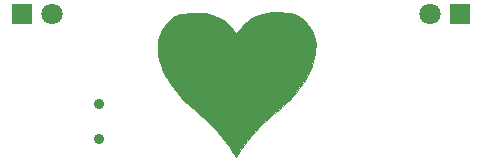
<source format=gbr>
G04 #@! TF.GenerationSoftware,KiCad,Pcbnew,(5.1.10)-1*
G04 #@! TF.CreationDate,2021-11-20T15:44:23+01:00*
G04 #@! TF.ProjectId,BlinkyBear,426c696e-6b79-4426-9561-722e6b696361,rev?*
G04 #@! TF.SameCoordinates,Original*
G04 #@! TF.FileFunction,Soldermask,Top*
G04 #@! TF.FilePolarity,Negative*
%FSLAX46Y46*%
G04 Gerber Fmt 4.6, Leading zero omitted, Abs format (unit mm)*
G04 Created by KiCad (PCBNEW (5.1.10)-1) date 2021-11-20 15:44:23*
%MOMM*%
%LPD*%
G01*
G04 APERTURE LIST*
%ADD10C,0.010000*%
%ADD11R,1.800000X1.800000*%
%ADD12C,1.800000*%
%ADD13C,0.900000*%
G04 APERTURE END LIST*
D10*
G36*
X139135287Y-78577664D02*
G01*
X139374340Y-78585290D01*
X139598648Y-78598255D01*
X139797332Y-78616546D01*
X139839700Y-78621689D01*
X140021803Y-78645868D01*
X140164331Y-78667560D01*
X140278230Y-78689573D01*
X140374448Y-78714717D01*
X140463930Y-78745800D01*
X140557626Y-78785633D01*
X140652500Y-78830272D01*
X140901081Y-78975977D01*
X141141048Y-79167138D01*
X141368533Y-79398636D01*
X141579669Y-79665347D01*
X141770586Y-79962153D01*
X141937417Y-80283931D01*
X142076293Y-80625560D01*
X142128727Y-80784700D01*
X142158878Y-80889380D01*
X142178860Y-80979330D01*
X142190600Y-81070327D01*
X142196024Y-81178147D01*
X142197059Y-81318570D01*
X142196955Y-81343500D01*
X142182554Y-81660883D01*
X142144213Y-82002712D01*
X142084639Y-82350184D01*
X142006542Y-82684495D01*
X142000734Y-82705889D01*
X141882888Y-83084604D01*
X141737962Y-83456021D01*
X141563128Y-83825099D01*
X141355556Y-84196795D01*
X141112421Y-84576068D01*
X140830893Y-84967873D01*
X140508145Y-85377171D01*
X140408652Y-85497198D01*
X140265740Y-85664894D01*
X140129801Y-85817241D01*
X139993761Y-85961121D01*
X139850547Y-86103415D01*
X139693083Y-86251003D01*
X139514295Y-86410765D01*
X139307109Y-86589583D01*
X139141200Y-86729941D01*
X138852565Y-86974098D01*
X138597294Y-87193418D01*
X138368553Y-87394123D01*
X138159507Y-87582437D01*
X137963324Y-87764582D01*
X137773167Y-87946781D01*
X137582203Y-88135257D01*
X137437699Y-88281060D01*
X137050571Y-88686949D01*
X136702941Y-89077944D01*
X136388782Y-89461693D01*
X136102066Y-89845844D01*
X135836767Y-90238047D01*
X135624023Y-90582750D01*
X135564397Y-90681169D01*
X135513490Y-90761007D01*
X135477063Y-90813502D01*
X135461420Y-90830130D01*
X135442699Y-90809394D01*
X135406088Y-90754154D01*
X135358077Y-90674472D01*
X135334459Y-90633280D01*
X135243948Y-90480621D01*
X135129845Y-90299815D01*
X135000060Y-90102569D01*
X134862506Y-89900589D01*
X134725092Y-89705580D01*
X134595730Y-89529248D01*
X134532150Y-89446100D01*
X134180314Y-89017018D01*
X133780554Y-88571688D01*
X133333024Y-88110267D01*
X132837879Y-87632911D01*
X132295273Y-87139775D01*
X131968421Y-86854791D01*
X131803949Y-86713477D01*
X131649153Y-86580640D01*
X131508861Y-86460413D01*
X131387901Y-86356924D01*
X131291101Y-86274305D01*
X131223289Y-86216686D01*
X131189764Y-86188581D01*
X131150777Y-86151374D01*
X131085425Y-86082976D01*
X131000462Y-85990713D01*
X130902643Y-85881913D01*
X130807458Y-85773917D01*
X130443550Y-85342364D01*
X130122637Y-84929280D01*
X129842485Y-84530006D01*
X129600859Y-84139879D01*
X129395527Y-83754239D01*
X129224254Y-83368425D01*
X129084806Y-82977777D01*
X128974949Y-82577633D01*
X128892450Y-82163333D01*
X128835075Y-81730215D01*
X128826383Y-81640539D01*
X128812533Y-81441663D01*
X128812343Y-81271707D01*
X128827850Y-81113841D01*
X128861090Y-80951235D01*
X128914102Y-80767061D01*
X128942743Y-80679256D01*
X129070595Y-80352256D01*
X129228675Y-80040696D01*
X129412628Y-79749728D01*
X129618101Y-79484506D01*
X129840739Y-79250181D01*
X130076187Y-79051907D01*
X130320092Y-78894834D01*
X130533910Y-78796404D01*
X130687523Y-78750800D01*
X130882913Y-78711224D01*
X131111372Y-78678060D01*
X131364191Y-78651691D01*
X131632663Y-78632498D01*
X131908080Y-78620866D01*
X132181732Y-78617176D01*
X132444912Y-78621812D01*
X132688912Y-78635157D01*
X132905024Y-78657593D01*
X133065058Y-78685126D01*
X133463551Y-78791749D01*
X133828501Y-78932665D01*
X134167058Y-79111757D01*
X134486374Y-79332911D01*
X134793598Y-79600012D01*
X134849306Y-79654400D01*
X134964538Y-79772539D01*
X135084844Y-79902183D01*
X135196665Y-80028355D01*
X135286439Y-80136077D01*
X135293507Y-80145034D01*
X135469069Y-80368968D01*
X135520784Y-80297668D01*
X135717111Y-80047460D01*
X135938440Y-79800852D01*
X136173934Y-79568487D01*
X136412755Y-79361006D01*
X136644062Y-79189054D01*
X136661957Y-79177125D01*
X137011718Y-78973066D01*
X137381254Y-78810916D01*
X137776564Y-78688351D01*
X138099497Y-78619972D01*
X138249137Y-78600749D01*
X138438412Y-78586918D01*
X138656446Y-78578467D01*
X138892363Y-78575386D01*
X139135287Y-78577664D01*
G37*
X139135287Y-78577664D02*
X139374340Y-78585290D01*
X139598648Y-78598255D01*
X139797332Y-78616546D01*
X139839700Y-78621689D01*
X140021803Y-78645868D01*
X140164331Y-78667560D01*
X140278230Y-78689573D01*
X140374448Y-78714717D01*
X140463930Y-78745800D01*
X140557626Y-78785633D01*
X140652500Y-78830272D01*
X140901081Y-78975977D01*
X141141048Y-79167138D01*
X141368533Y-79398636D01*
X141579669Y-79665347D01*
X141770586Y-79962153D01*
X141937417Y-80283931D01*
X142076293Y-80625560D01*
X142128727Y-80784700D01*
X142158878Y-80889380D01*
X142178860Y-80979330D01*
X142190600Y-81070327D01*
X142196024Y-81178147D01*
X142197059Y-81318570D01*
X142196955Y-81343500D01*
X142182554Y-81660883D01*
X142144213Y-82002712D01*
X142084639Y-82350184D01*
X142006542Y-82684495D01*
X142000734Y-82705889D01*
X141882888Y-83084604D01*
X141737962Y-83456021D01*
X141563128Y-83825099D01*
X141355556Y-84196795D01*
X141112421Y-84576068D01*
X140830893Y-84967873D01*
X140508145Y-85377171D01*
X140408652Y-85497198D01*
X140265740Y-85664894D01*
X140129801Y-85817241D01*
X139993761Y-85961121D01*
X139850547Y-86103415D01*
X139693083Y-86251003D01*
X139514295Y-86410765D01*
X139307109Y-86589583D01*
X139141200Y-86729941D01*
X138852565Y-86974098D01*
X138597294Y-87193418D01*
X138368553Y-87394123D01*
X138159507Y-87582437D01*
X137963324Y-87764582D01*
X137773167Y-87946781D01*
X137582203Y-88135257D01*
X137437699Y-88281060D01*
X137050571Y-88686949D01*
X136702941Y-89077944D01*
X136388782Y-89461693D01*
X136102066Y-89845844D01*
X135836767Y-90238047D01*
X135624023Y-90582750D01*
X135564397Y-90681169D01*
X135513490Y-90761007D01*
X135477063Y-90813502D01*
X135461420Y-90830130D01*
X135442699Y-90809394D01*
X135406088Y-90754154D01*
X135358077Y-90674472D01*
X135334459Y-90633280D01*
X135243948Y-90480621D01*
X135129845Y-90299815D01*
X135000060Y-90102569D01*
X134862506Y-89900589D01*
X134725092Y-89705580D01*
X134595730Y-89529248D01*
X134532150Y-89446100D01*
X134180314Y-89017018D01*
X133780554Y-88571688D01*
X133333024Y-88110267D01*
X132837879Y-87632911D01*
X132295273Y-87139775D01*
X131968421Y-86854791D01*
X131803949Y-86713477D01*
X131649153Y-86580640D01*
X131508861Y-86460413D01*
X131387901Y-86356924D01*
X131291101Y-86274305D01*
X131223289Y-86216686D01*
X131189764Y-86188581D01*
X131150777Y-86151374D01*
X131085425Y-86082976D01*
X131000462Y-85990713D01*
X130902643Y-85881913D01*
X130807458Y-85773917D01*
X130443550Y-85342364D01*
X130122637Y-84929280D01*
X129842485Y-84530006D01*
X129600859Y-84139879D01*
X129395527Y-83754239D01*
X129224254Y-83368425D01*
X129084806Y-82977777D01*
X128974949Y-82577633D01*
X128892450Y-82163333D01*
X128835075Y-81730215D01*
X128826383Y-81640539D01*
X128812533Y-81441663D01*
X128812343Y-81271707D01*
X128827850Y-81113841D01*
X128861090Y-80951235D01*
X128914102Y-80767061D01*
X128942743Y-80679256D01*
X129070595Y-80352256D01*
X129228675Y-80040696D01*
X129412628Y-79749728D01*
X129618101Y-79484506D01*
X129840739Y-79250181D01*
X130076187Y-79051907D01*
X130320092Y-78894834D01*
X130533910Y-78796404D01*
X130687523Y-78750800D01*
X130882913Y-78711224D01*
X131111372Y-78678060D01*
X131364191Y-78651691D01*
X131632663Y-78632498D01*
X131908080Y-78620866D01*
X132181732Y-78617176D01*
X132444912Y-78621812D01*
X132688912Y-78635157D01*
X132905024Y-78657593D01*
X133065058Y-78685126D01*
X133463551Y-78791749D01*
X133828501Y-78932665D01*
X134167058Y-79111757D01*
X134486374Y-79332911D01*
X134793598Y-79600012D01*
X134849306Y-79654400D01*
X134964538Y-79772539D01*
X135084844Y-79902183D01*
X135196665Y-80028355D01*
X135286439Y-80136077D01*
X135293507Y-80145034D01*
X135469069Y-80368968D01*
X135520784Y-80297668D01*
X135717111Y-80047460D01*
X135938440Y-79800852D01*
X136173934Y-79568487D01*
X136412755Y-79361006D01*
X136644062Y-79189054D01*
X136661957Y-79177125D01*
X137011718Y-78973066D01*
X137381254Y-78810916D01*
X137776564Y-78688351D01*
X138099497Y-78619972D01*
X138249137Y-78600749D01*
X138438412Y-78586918D01*
X138656446Y-78578467D01*
X138892363Y-78575386D01*
X139135287Y-78577664D01*
D11*
X154432003Y-78740000D03*
D12*
X151892003Y-78740000D03*
D11*
X117348000Y-78740000D03*
D12*
X119888000Y-78740000D03*
D13*
X123850600Y-86333200D03*
X123850600Y-89333200D03*
M02*

</source>
